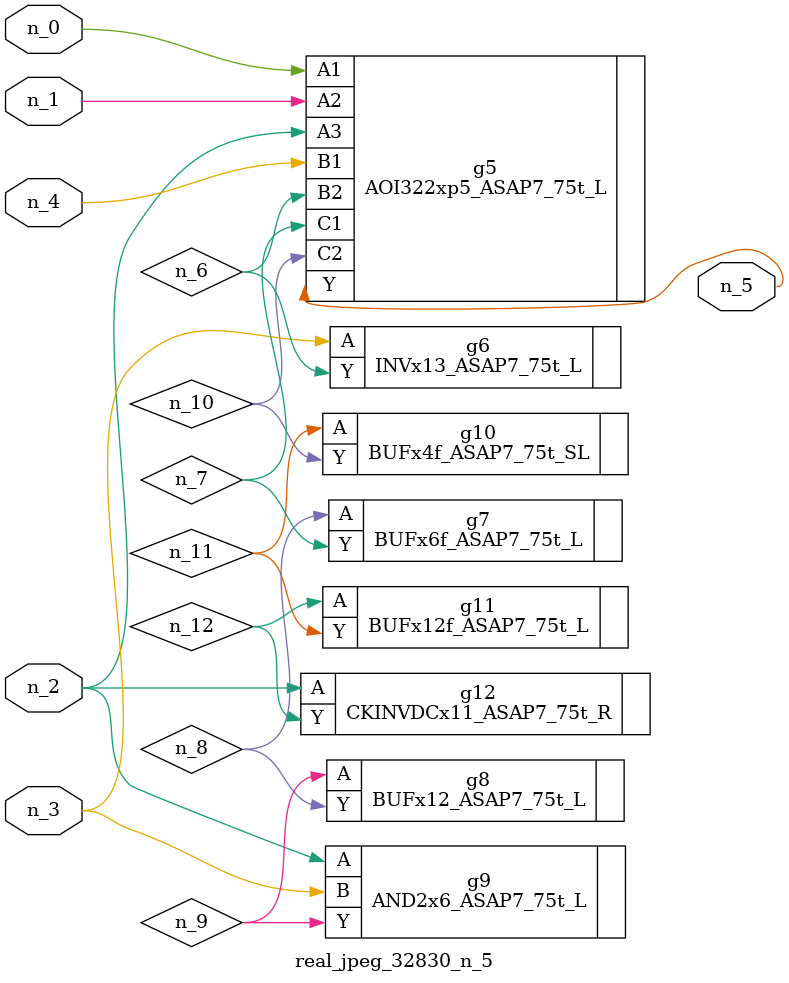
<source format=v>
module real_jpeg_32830_n_5 (n_4, n_0, n_1, n_2, n_3, n_5);

input n_4;
input n_0;
input n_1;
input n_2;
input n_3;

output n_5;

wire n_12;
wire n_8;
wire n_11;
wire n_6;
wire n_7;
wire n_10;
wire n_9;

AOI322xp5_ASAP7_75t_L g5 ( 
.A1(n_0),
.A2(n_1),
.A3(n_2),
.B1(n_4),
.B2(n_6),
.C1(n_7),
.C2(n_10),
.Y(n_5)
);

AND2x6_ASAP7_75t_L g9 ( 
.A(n_2),
.B(n_3),
.Y(n_9)
);

CKINVDCx11_ASAP7_75t_R g12 ( 
.A(n_2),
.Y(n_12)
);

INVx13_ASAP7_75t_L g6 ( 
.A(n_3),
.Y(n_6)
);

BUFx6f_ASAP7_75t_L g7 ( 
.A(n_8),
.Y(n_7)
);

BUFx12_ASAP7_75t_L g8 ( 
.A(n_9),
.Y(n_8)
);

BUFx4f_ASAP7_75t_SL g10 ( 
.A(n_11),
.Y(n_10)
);

BUFx12f_ASAP7_75t_L g11 ( 
.A(n_12),
.Y(n_11)
);


endmodule
</source>
